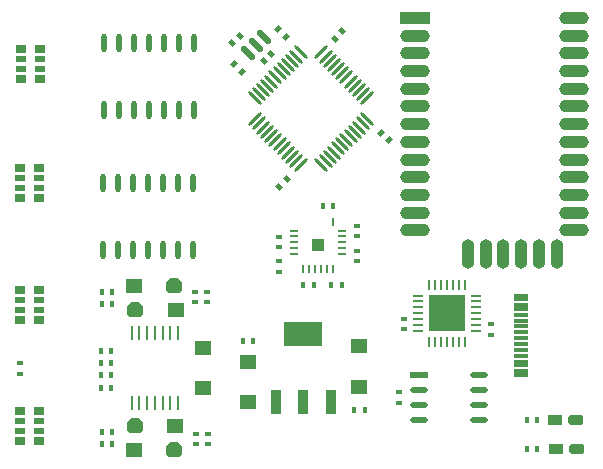
<source format=gtp>
G04*
G04 #@! TF.GenerationSoftware,Altium Limited,Altium Designer,18.1.9 (240)*
G04*
G04 Layer_Color=8421504*
%FSLAX25Y25*%
%MOIN*%
G70*
G01*
G75*
%ADD18O,0.01772X0.06299*%
%ADD19R,0.03543X0.02559*%
%ADD20R,0.03543X0.01968*%
%ADD21R,0.01968X0.01575*%
%ADD22R,0.05500X0.05000*%
G04:AMPARAMS|DCode=23|XSize=55mil|YSize=50mil|CornerRadius=0mil|HoleSize=0mil|Usage=FLASHONLY|Rotation=180.000|XOffset=0mil|YOffset=0mil|HoleType=Round|Shape=Octagon|*
%AMOCTAGOND23*
4,1,8,-0.02750,0.01250,-0.02750,-0.01250,-0.01500,-0.02500,0.01500,-0.02500,0.02750,-0.01250,0.02750,0.01250,0.01500,0.02500,-0.01500,0.02500,-0.02750,0.01250,0.0*
%
%ADD23OCTAGOND23*%

%ADD24R,0.05512X0.04724*%
%ADD25R,0.01575X0.01968*%
%ADD26R,0.00984X0.04724*%
%ADD27O,0.00984X0.04724*%
%ADD28O,0.04331X0.09843*%
%ADD29O,0.09843X0.04331*%
%ADD30R,0.09843X0.04331*%
%ADD31R,0.05000X0.03500*%
G04:AMPARAMS|DCode=32|XSize=50mil|YSize=35mil|CornerRadius=0mil|HoleSize=0mil|Usage=FLASHONLY|Rotation=0.000|XOffset=0mil|YOffset=0mil|HoleType=Round|Shape=Octagon|*
%AMOCTAGOND32*
4,1,8,0.02500,-0.00875,0.02500,0.00875,0.01625,0.01750,-0.01625,0.01750,-0.02500,0.00875,-0.02500,-0.00875,-0.01625,-0.01750,0.01625,-0.01750,0.02500,-0.00875,0.0*
%
%ADD32OCTAGOND32*%

G04:AMPARAMS|DCode=33|XSize=15.75mil|YSize=19.68mil|CornerRadius=0mil|HoleSize=0mil|Usage=FLASHONLY|Rotation=225.000|XOffset=0mil|YOffset=0mil|HoleType=Round|Shape=Rectangle|*
%AMROTATEDRECTD33*
4,1,4,-0.00139,0.01253,0.01253,-0.00139,0.00139,-0.01253,-0.01253,0.00139,-0.00139,0.01253,0.0*
%
%ADD33ROTATEDRECTD33*%

G04:AMPARAMS|DCode=34|XSize=15.75mil|YSize=19.68mil|CornerRadius=0mil|HoleSize=0mil|Usage=FLASHONLY|Rotation=135.000|XOffset=0mil|YOffset=0mil|HoleType=Round|Shape=Rectangle|*
%AMROTATEDRECTD34*
4,1,4,0.01253,0.00139,-0.00139,-0.01253,-0.01253,-0.00139,0.00139,0.01253,0.01253,0.00139,0.0*
%
%ADD34ROTATEDRECTD34*%

G04:AMPARAMS|DCode=35|XSize=21.65mil|YSize=57.09mil|CornerRadius=5.41mil|HoleSize=0mil|Usage=FLASHONLY|Rotation=225.000|XOffset=0mil|YOffset=0mil|HoleType=Round|Shape=RoundedRectangle|*
%AMROUNDEDRECTD35*
21,1,0.02165,0.04626,0,0,225.0*
21,1,0.01083,0.05709,0,0,225.0*
1,1,0.01083,-0.02018,0.01253*
1,1,0.01083,-0.01253,0.02018*
1,1,0.01083,0.02018,-0.01253*
1,1,0.01083,0.01253,-0.02018*
%
%ADD35ROUNDEDRECTD35*%
G04:AMPARAMS|DCode=36|XSize=21.65mil|YSize=57.09mil|CornerRadius=5.41mil|HoleSize=0mil|Usage=FLASHONLY|Rotation=225.000|XOffset=0mil|YOffset=0mil|HoleType=Round|Shape=RoundedRectangle|*
%AMROUNDEDRECTD36*
21,1,0.02165,0.04626,0,0,225.0*
21,1,0.01083,0.05709,0,0,225.0*
1,1,0.01083,-0.02018,0.01253*
1,1,0.01083,-0.01253,0.02018*
1,1,0.01083,0.02018,-0.01253*
1,1,0.01083,0.01253,-0.02018*
%
%ADD36ROUNDEDRECTD36*%
%ADD37R,0.04528X0.01181*%
%ADD38R,0.04520X0.01180*%
%ADD39R,0.11929X0.11929*%
%ADD40R,0.03347X0.00984*%
%ADD41R,0.00984X0.03347*%
G04:AMPARAMS|DCode=42|XSize=9.84mil|YSize=61.02mil|CornerRadius=0mil|HoleSize=0mil|Usage=FLASHONLY|Rotation=45.000|XOffset=0mil|YOffset=0mil|HoleType=Round|Shape=Round|*
%AMOVALD42*
21,1,0.05118,0.00984,0.00000,0.00000,135.0*
1,1,0.00984,0.01810,-0.01810*
1,1,0.00984,-0.01810,0.01810*
%
%ADD42OVALD42*%

G04:AMPARAMS|DCode=43|XSize=9.84mil|YSize=61.02mil|CornerRadius=0mil|HoleSize=0mil|Usage=FLASHONLY|Rotation=315.000|XOffset=0mil|YOffset=0mil|HoleType=Round|Shape=Round|*
%AMOVALD43*
21,1,0.05118,0.00984,0.00000,0.00000,45.0*
1,1,0.00984,-0.01810,-0.01810*
1,1,0.00984,0.01810,0.01810*
%
%ADD43OVALD43*%

%ADD44O,0.03150X0.00984*%
%ADD45O,0.00984X0.03150*%
%ADD46R,0.00984X0.03150*%
%ADD47R,0.03937X0.03937*%
%ADD48R,0.05906X0.01968*%
%ADD49O,0.05906X0.01968*%
%ADD50R,0.12598X0.08268*%
%ADD51R,0.03543X0.08268*%
D18*
X-63100Y-130887D02*
D03*
X-58100D02*
D03*
X-53100D02*
D03*
X-48100D02*
D03*
X-43100D02*
D03*
X-38100D02*
D03*
X-33100D02*
D03*
X-33100Y-108687D02*
D03*
X-63100D02*
D03*
X-58100D02*
D03*
X-53100D02*
D03*
X-48100D02*
D03*
X-43100D02*
D03*
X-38100D02*
D03*
X-62700Y-84187D02*
D03*
X-57700D02*
D03*
X-52700D02*
D03*
X-47700D02*
D03*
X-42700D02*
D03*
X-37700D02*
D03*
X-32700D02*
D03*
X-32700Y-61987D02*
D03*
X-62700D02*
D03*
X-57700D02*
D03*
X-52700D02*
D03*
X-47700D02*
D03*
X-42700D02*
D03*
X-37700D02*
D03*
D19*
X-84600Y-184486D02*
D03*
Y-194565D02*
D03*
X-90899D02*
D03*
Y-184486D02*
D03*
X-90350Y-73987D02*
D03*
Y-63908D02*
D03*
X-84050D02*
D03*
Y-73987D02*
D03*
X-90850Y-154239D02*
D03*
Y-144161D02*
D03*
X-84550D02*
D03*
Y-154239D02*
D03*
X-90650Y-113639D02*
D03*
Y-103561D02*
D03*
X-84350D02*
D03*
Y-113639D02*
D03*
D20*
X-84600Y-187950D02*
D03*
Y-191100D02*
D03*
X-90899D02*
D03*
Y-187950D02*
D03*
X-90350Y-70522D02*
D03*
Y-67373D02*
D03*
X-84050D02*
D03*
Y-70522D02*
D03*
X-90850Y-150775D02*
D03*
Y-147625D02*
D03*
X-84550D02*
D03*
Y-150775D02*
D03*
X-90650Y-110175D02*
D03*
Y-107025D02*
D03*
X-84350D02*
D03*
Y-110175D02*
D03*
D21*
X-28000Y-192069D02*
D03*
X-28000Y-195612D02*
D03*
X-28300Y-144828D02*
D03*
X-28300Y-148371D02*
D03*
X-32200Y-192069D02*
D03*
X-32200Y-195612D02*
D03*
X-32400Y-148322D02*
D03*
X-32400Y-144779D02*
D03*
X37100Y-154029D02*
D03*
X37100Y-157375D02*
D03*
X66100Y-155700D02*
D03*
X66100Y-159046D02*
D03*
X21544Y-126254D02*
D03*
Y-122908D02*
D03*
X21545Y-131312D02*
D03*
Y-134658D02*
D03*
X-90750Y-172171D02*
D03*
X-90750Y-168628D02*
D03*
X-4555Y-134612D02*
D03*
X-4555Y-138155D02*
D03*
X-4556Y-129926D02*
D03*
X-4555Y-126383D02*
D03*
X35700Y-181771D02*
D03*
X35700Y-178228D02*
D03*
D22*
X-39096Y-189700D02*
D03*
X-38850Y-150900D02*
D03*
X-52950Y-197653D02*
D03*
X-52850Y-142900D02*
D03*
D23*
X-52596Y-189700D02*
D03*
X-52350Y-150900D02*
D03*
X-39450Y-197653D02*
D03*
X-39350Y-142900D02*
D03*
D24*
X-29900Y-163507D02*
D03*
Y-176893D02*
D03*
X22176Y-176400D02*
D03*
Y-163014D02*
D03*
X-14923Y-168307D02*
D03*
Y-181693D02*
D03*
D25*
X-63354Y-195540D02*
D03*
X-60008D02*
D03*
Y-144900D02*
D03*
X-63354D02*
D03*
X-60008Y-191500D02*
D03*
X-63354D02*
D03*
Y-149000D02*
D03*
X-60008D02*
D03*
X-63754Y-176800D02*
D03*
X-60408D02*
D03*
Y-164500D02*
D03*
X-63754D02*
D03*
X-60408Y-168600D02*
D03*
X-63754D02*
D03*
Y-172700D02*
D03*
X-60408D02*
D03*
X78229Y-197100D02*
D03*
X81575Y-197100D02*
D03*
X78129Y-187500D02*
D03*
X81475D02*
D03*
X-16571Y-161300D02*
D03*
X-13028Y-161300D02*
D03*
X20629Y-184100D02*
D03*
X24172Y-184100D02*
D03*
X3573Y-142400D02*
D03*
X7116Y-142400D02*
D03*
X16445Y-142383D02*
D03*
X12902Y-142383D02*
D03*
X13421Y-116283D02*
D03*
X10075D02*
D03*
D26*
X-53523Y-181814D02*
D03*
D27*
X-50964D02*
D03*
X-48404D02*
D03*
X-45845D02*
D03*
X-43286D02*
D03*
X-40727D02*
D03*
X-38168D02*
D03*
Y-158586D02*
D03*
X-40727D02*
D03*
X-43286D02*
D03*
X-45845D02*
D03*
X-48404D02*
D03*
X-50964D02*
D03*
X-53523D02*
D03*
D28*
X64447Y-132231D02*
D03*
X70353D02*
D03*
X76258D02*
D03*
X82164D02*
D03*
X58542D02*
D03*
X88069D02*
D03*
D29*
X93975Y-124357D02*
D03*
Y-118452D02*
D03*
Y-112547D02*
D03*
Y-106641D02*
D03*
Y-100735D02*
D03*
Y-94830D02*
D03*
Y-88924D02*
D03*
Y-83019D02*
D03*
Y-77113D02*
D03*
Y-71208D02*
D03*
Y-65302D02*
D03*
Y-59397D02*
D03*
Y-53491D02*
D03*
X40825Y-59397D02*
D03*
Y-65302D02*
D03*
Y-71208D02*
D03*
Y-77113D02*
D03*
Y-83019D02*
D03*
Y-88924D02*
D03*
Y-94830D02*
D03*
Y-100735D02*
D03*
Y-106641D02*
D03*
Y-112547D02*
D03*
Y-118452D02*
D03*
Y-124357D02*
D03*
D30*
Y-53491D02*
D03*
D31*
X87801Y-197174D02*
D03*
X87700Y-187474D02*
D03*
D32*
X94801Y-197174D02*
D03*
X94700Y-187474D02*
D03*
D33*
X-9553Y-67852D02*
D03*
X-7186Y-65486D02*
D03*
X-1847Y-107248D02*
D03*
X-4353Y-109753D02*
D03*
X14195Y-60505D02*
D03*
X16700Y-58000D02*
D03*
X-20006Y-62005D02*
D03*
X-17500Y-59500D02*
D03*
D34*
X-4652Y-57247D02*
D03*
X-2147Y-59753D02*
D03*
X29648Y-91747D02*
D03*
X32153Y-94253D02*
D03*
X-16848Y-71453D02*
D03*
X-19353Y-68947D02*
D03*
D35*
X-9555Y-59755D02*
D03*
D36*
X-12200Y-62400D02*
D03*
X-14845Y-65045D02*
D03*
D37*
X76057Y-146111D02*
D03*
Y-147292D02*
D03*
X76057Y-149260D02*
D03*
X76057Y-150442D02*
D03*
X76057Y-152410D02*
D03*
X76057Y-156347D02*
D03*
X76063Y-158316D02*
D03*
X76057Y-160284D02*
D03*
X76064Y-162254D02*
D03*
X76055Y-164221D02*
D03*
X76073Y-168158D02*
D03*
Y-169339D02*
D03*
X76063Y-171308D02*
D03*
Y-172489D02*
D03*
D38*
X76057Y-154379D02*
D03*
X76057Y-166190D02*
D03*
D39*
X51500Y-151979D02*
D03*
D40*
X41953Y-157885D02*
D03*
Y-155916D02*
D03*
Y-153948D02*
D03*
Y-151979D02*
D03*
Y-150011D02*
D03*
Y-148042D02*
D03*
Y-146074D02*
D03*
X61047D02*
D03*
Y-148042D02*
D03*
Y-150011D02*
D03*
X61047Y-151979D02*
D03*
X61047Y-153948D02*
D03*
Y-155916D02*
D03*
Y-157885D02*
D03*
D41*
X45594Y-142432D02*
D03*
X47563D02*
D03*
X49531D02*
D03*
X51500Y-142432D02*
D03*
X53469Y-142432D02*
D03*
X55437D02*
D03*
X57406D02*
D03*
Y-161526D02*
D03*
X55437D02*
D03*
X53469D02*
D03*
X51500D02*
D03*
X49531D02*
D03*
X47563D02*
D03*
X45594D02*
D03*
D42*
X2721Y-65010D02*
D03*
X1329Y-66402D02*
D03*
X-63Y-67794D02*
D03*
X-1455Y-69186D02*
D03*
X-2847Y-70578D02*
D03*
X-4239Y-71970D02*
D03*
X-5630Y-73361D02*
D03*
X-7022Y-74753D02*
D03*
X-8414Y-76145D02*
D03*
X-9806Y-77537D02*
D03*
X-11198Y-78929D02*
D03*
X-12590Y-80321D02*
D03*
X9679Y-102590D02*
D03*
X11071Y-101198D02*
D03*
X12463Y-99806D02*
D03*
X13855Y-98414D02*
D03*
X15247Y-97022D02*
D03*
X16638Y-95630D02*
D03*
X18030Y-94239D02*
D03*
X19422Y-92847D02*
D03*
X20814Y-91455D02*
D03*
X22206Y-90063D02*
D03*
X23598Y-88671D02*
D03*
X24990Y-87279D02*
D03*
D43*
X-12590D02*
D03*
X-11198Y-88671D02*
D03*
X-9806Y-90063D02*
D03*
X-8414Y-91455D02*
D03*
X-7022Y-92847D02*
D03*
X-5630Y-94239D02*
D03*
X-4239Y-95630D02*
D03*
X-2847Y-97022D02*
D03*
X-1455Y-98414D02*
D03*
X-63Y-99806D02*
D03*
X1329Y-101198D02*
D03*
X2721Y-102590D02*
D03*
X24990Y-80321D02*
D03*
X23598Y-78929D02*
D03*
X22206Y-77537D02*
D03*
X20814Y-76145D02*
D03*
X19422Y-74753D02*
D03*
X18030Y-73361D02*
D03*
X16638Y-71970D02*
D03*
X15247Y-70578D02*
D03*
X13855Y-69186D02*
D03*
X12463Y-67794D02*
D03*
X11071Y-66402D02*
D03*
X9679Y-65010D02*
D03*
D44*
X16374Y-132253D02*
D03*
Y-130284D02*
D03*
Y-128316D02*
D03*
X16374Y-126347D02*
D03*
Y-124379D02*
D03*
X626D02*
D03*
Y-126347D02*
D03*
X626Y-128316D02*
D03*
Y-130284D02*
D03*
Y-132253D02*
D03*
D45*
X3579Y-137174D02*
D03*
X5547D02*
D03*
X7516D02*
D03*
X9484D02*
D03*
X11453D02*
D03*
X13421D02*
D03*
D46*
Y-121426D02*
D03*
D47*
X8500Y-129300D02*
D03*
D48*
X42358Y-172400D02*
D03*
D49*
X42358Y-177400D02*
D03*
Y-182400D02*
D03*
X42358Y-187400D02*
D03*
X62042Y-172400D02*
D03*
Y-177400D02*
D03*
X62042Y-182400D02*
D03*
X62042Y-187400D02*
D03*
D50*
X3677Y-158979D02*
D03*
D51*
X12732Y-181420D02*
D03*
X3677D02*
D03*
X-5379D02*
D03*
M02*

</source>
